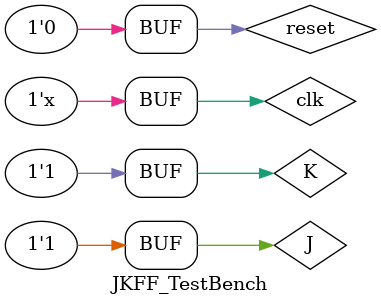
<source format=v>
`timescale 1ns / 1ps


module JKFF(
       input J,
       input K,
	   input reset,
	   input clk,
	   output q1,
	   output q2);
reg Q;
always @(posedge clk)
begin
if(reset==1'b0)
    Q<=1'b0;
if (J==0 && K==0)
    Q<=Q;
else if (J==0 && K==1)
    Q<=0;
else if (J==1 && K==0)
    Q<=1;
else
    Q<=~Q;
end
assign q1=Q;
assign q2=~Q;
endmodule

//testbench
module JKFF_TestBench();
reg J,K,clk,reset;
wire q1,q2;
JKFF dut(.J(J),.K(K),.clk(clk),.reset(reset),.q1(q1),.q2(q2));
initial
begin
clk=1'b0;reset=1'b0;
#100 reset=1'b0;
#10 J=1'b0; K=1'b0;
#20 J=1'b0; K=1'b1;
#20 J=1'b1; K=1'b0;
#20 J=1'b1; K=1'b1;
end
always #10 clk=~clk;
endmodule

</source>
